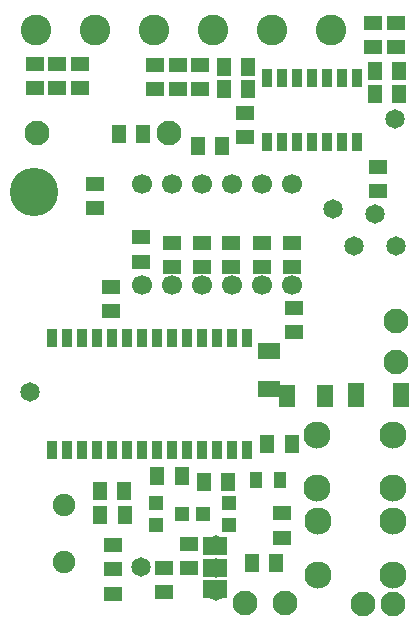
<source format=gbr>
%FSLAX34Y34*%
%MOMM*%
%LNSOLDERMASK_BOTTOM*%
G71*
G01*
%ADD10C, 2.300*%
%ADD11R, 1.200X1.500*%
%ADD12C, 2.600*%
%ADD13R, 1.400X2.100*%
%ADD14R, 1.500X1.200*%
%ADD15R, 0.860X1.600*%
%ADD16C, 1.900*%
%ADD17C, 1.700*%
%ADD18C, 2.100*%
%ADD19R, 1.100X1.400*%
%ADD20R, 2.000X1.500*%
%ADD21R, 1.200X1.200*%
%ADD22C, 1.650*%
%ADD23C, 4.100*%
%ADD24R, 1.900X1.400*%
%ADD25R, 1.400X1.900*%
%LPD*%
X333100Y-419788D02*
G54D10*
D03*
X268806Y-419788D02*
G54D10*
D03*
X333100Y-374544D02*
G54D10*
D03*
X268806Y-374544D02*
G54D10*
D03*
X105856Y-442119D02*
G54D11*
D03*
X85256Y-442119D02*
G54D11*
D03*
X180494Y-31744D02*
G54D12*
D03*
X80494Y-31744D02*
G54D12*
D03*
X302075Y-340644D02*
G54D13*
D03*
X339675Y-340744D02*
G54D13*
D03*
X320198Y-168146D02*
G54D14*
D03*
X320198Y-147546D02*
G54D14*
D03*
X209938Y-387469D02*
G54D15*
D03*
X197238Y-387469D02*
G54D15*
D03*
X184538Y-387469D02*
G54D15*
D03*
X171838Y-387469D02*
G54D15*
D03*
X209938Y-292169D02*
G54D15*
D03*
X197238Y-292169D02*
G54D15*
D03*
X184538Y-292169D02*
G54D15*
D03*
X171838Y-292169D02*
G54D15*
D03*
X159138Y-387469D02*
G54D15*
D03*
X146438Y-387469D02*
G54D15*
D03*
X133738Y-387469D02*
G54D15*
D03*
X159138Y-292169D02*
G54D15*
D03*
X146438Y-292169D02*
G54D15*
D03*
X133738Y-292169D02*
G54D15*
D03*
X121038Y-387469D02*
G54D15*
D03*
X121038Y-292169D02*
G54D15*
D03*
X108338Y-387469D02*
G54D15*
D03*
X95638Y-387469D02*
G54D15*
D03*
X108338Y-292169D02*
G54D15*
D03*
X95638Y-292169D02*
G54D15*
D03*
X82938Y-387469D02*
G54D15*
D03*
X70238Y-387469D02*
G54D15*
D03*
X82938Y-292169D02*
G54D15*
D03*
X70238Y-292169D02*
G54D15*
D03*
X57538Y-387469D02*
G54D15*
D03*
X44838Y-387469D02*
G54D15*
D03*
X57538Y-292169D02*
G54D15*
D03*
X44838Y-292169D02*
G54D15*
D03*
X130494Y-31744D02*
G54D12*
D03*
X230494Y-31744D02*
G54D12*
D03*
X280494Y-31744D02*
G54D12*
D03*
X226575Y-72219D02*
G54D15*
D03*
X239275Y-72219D02*
G54D15*
D03*
X251975Y-72219D02*
G54D15*
D03*
X264675Y-72219D02*
G54D15*
D03*
X226575Y-126219D02*
G54D15*
D03*
X239275Y-126219D02*
G54D15*
D03*
X251975Y-126219D02*
G54D15*
D03*
X264675Y-126219D02*
G54D15*
D03*
X277375Y-72219D02*
G54D15*
D03*
X290075Y-72219D02*
G54D15*
D03*
X302775Y-72219D02*
G54D15*
D03*
X277375Y-126219D02*
G54D15*
D03*
X290075Y-126219D02*
G54D15*
D03*
X302775Y-126219D02*
G54D15*
D03*
X269275Y-447756D02*
G54D10*
D03*
X333569Y-447756D02*
G54D10*
D03*
X269275Y-493000D02*
G54D10*
D03*
X333569Y-493000D02*
G54D10*
D03*
X54388Y-434031D02*
G54D16*
D03*
X54388Y-482431D02*
G54D16*
D03*
X30494Y-31744D02*
G54D12*
D03*
X121888Y-119662D02*
G54D11*
D03*
X101288Y-119662D02*
G54D11*
D03*
X336044Y-25400D02*
G54D14*
D03*
X336044Y-46000D02*
G54D14*
D03*
X207456Y-122238D02*
G54D14*
D03*
X207456Y-101638D02*
G54D14*
D03*
X338494Y-85756D02*
G54D11*
D03*
X317894Y-85756D02*
G54D11*
D03*
X67756Y-80962D02*
G54D14*
D03*
X67756Y-60362D02*
G54D14*
D03*
X247938Y-232569D02*
G54D14*
D03*
X247938Y-211969D02*
G54D14*
D03*
X222538Y-232569D02*
G54D14*
D03*
X222538Y-211969D02*
G54D14*
D03*
X196344Y-232569D02*
G54D14*
D03*
X196344Y-211969D02*
G54D14*
D03*
X171738Y-232569D02*
G54D14*
D03*
X171738Y-211969D02*
G54D14*
D03*
X146338Y-232569D02*
G54D14*
D03*
X146338Y-211969D02*
G54D14*
D03*
X120138Y-227862D02*
G54D14*
D03*
X120138Y-207262D02*
G54D14*
D03*
X80469Y-162050D02*
G54D14*
D03*
X80469Y-182650D02*
G54D14*
D03*
X85219Y-422275D02*
G54D11*
D03*
X105819Y-422275D02*
G54D11*
D03*
X94062Y-269612D02*
G54D14*
D03*
X94062Y-249012D02*
G54D14*
D03*
X316200Y-46038D02*
G54D14*
D03*
X316200Y-25438D02*
G54D14*
D03*
X48706Y-80962D02*
G54D14*
D03*
X48706Y-60362D02*
G54D14*
D03*
X29656Y-80962D02*
G54D14*
D03*
X29656Y-60362D02*
G54D14*
D03*
X210594Y-81719D02*
G54D11*
D03*
X189994Y-81719D02*
G54D11*
D03*
X210625Y-62662D02*
G54D11*
D03*
X190025Y-62662D02*
G54D11*
D03*
X170150Y-81756D02*
G54D14*
D03*
X170150Y-61156D02*
G54D14*
D03*
X151100Y-81756D02*
G54D14*
D03*
X151100Y-61156D02*
G54D14*
D03*
X132050Y-81756D02*
G54D14*
D03*
X132050Y-61156D02*
G54D14*
D03*
X188406Y-130175D02*
G54D11*
D03*
X167806Y-130175D02*
G54D11*
D03*
X247938Y-161925D02*
G54D17*
D03*
X222538Y-161925D02*
G54D17*
D03*
X197138Y-161925D02*
G54D17*
D03*
X171738Y-161925D02*
G54D17*
D03*
X146338Y-161925D02*
G54D17*
D03*
X120938Y-161925D02*
G54D17*
D03*
X247938Y-247650D02*
G54D17*
D03*
X222538Y-247650D02*
G54D17*
D03*
X197138Y-247650D02*
G54D17*
D03*
X171738Y-247650D02*
G54D17*
D03*
X146338Y-247650D02*
G54D17*
D03*
X120938Y-247650D02*
G54D17*
D03*
X335456Y-278388D02*
G54D18*
D03*
X335456Y-312519D02*
G54D18*
D03*
X308038Y-517325D02*
G54D18*
D03*
X333438Y-517325D02*
G54D18*
D03*
X133625Y-409500D02*
G54D11*
D03*
X154225Y-409500D02*
G54D11*
D03*
X247375Y-382288D02*
G54D11*
D03*
X226775Y-382288D02*
G54D11*
D03*
X237850Y-412588D02*
G54D19*
D03*
X217250Y-412588D02*
G54D19*
D03*
X182050Y-468831D02*
G54D20*
D03*
X182050Y-487088D02*
G54D20*
D03*
X182050Y-505344D02*
G54D20*
D03*
X160638Y-487075D02*
G54D14*
D03*
X160638Y-466475D02*
G54D14*
D03*
X139319Y-507638D02*
G54D14*
D03*
X139319Y-487038D02*
G54D14*
D03*
X132556Y-450850D02*
G54D21*
D03*
X132556Y-431850D02*
G54D21*
D03*
X154756Y-441350D02*
G54D21*
D03*
X213806Y-483394D02*
G54D11*
D03*
X234406Y-483394D02*
G54D11*
D03*
X194469Y-431800D02*
G54D21*
D03*
X194469Y-450800D02*
G54D21*
D03*
X172269Y-441300D02*
G54D21*
D03*
X239138Y-461512D02*
G54D14*
D03*
X239138Y-440912D02*
G54D14*
D03*
X193550Y-414062D02*
G54D11*
D03*
X172950Y-414062D02*
G54D11*
D03*
X241588Y-516731D02*
G54D18*
D03*
X207456Y-516731D02*
G54D18*
D03*
X32012Y-119162D02*
G54D18*
D03*
X143138Y-119162D02*
G54D18*
D03*
X338462Y-66788D02*
G54D11*
D03*
X317862Y-66788D02*
G54D11*
D03*
X182956Y-467519D02*
G54D22*
D03*
X182956Y-487162D02*
G54D22*
D03*
X182956Y-506412D02*
G54D22*
D03*
X25794Y-338138D02*
G54D22*
D03*
X119456Y-486369D02*
G54D22*
D03*
X334562Y-107156D02*
G54D22*
D03*
X317894Y-187325D02*
G54D22*
D03*
X282175Y-183356D02*
G54D22*
D03*
X300431Y-214312D02*
G54D22*
D03*
X335356Y-214312D02*
G54D22*
D03*
X29369Y-169069D02*
G54D23*
D03*
X249238Y-287338D02*
G54D14*
D03*
X249238Y-266738D02*
G54D14*
D03*
X96306Y-467594D02*
G54D14*
D03*
X96306Y-488194D02*
G54D14*
D03*
X96306Y-488231D02*
G54D14*
D03*
X96306Y-508831D02*
G54D14*
D03*
X228156Y-303488D02*
G54D24*
D03*
X228256Y-335988D02*
G54D24*
D03*
X275500Y-341169D02*
G54D25*
D03*
X243000Y-341269D02*
G54D25*
D03*
M02*

</source>
